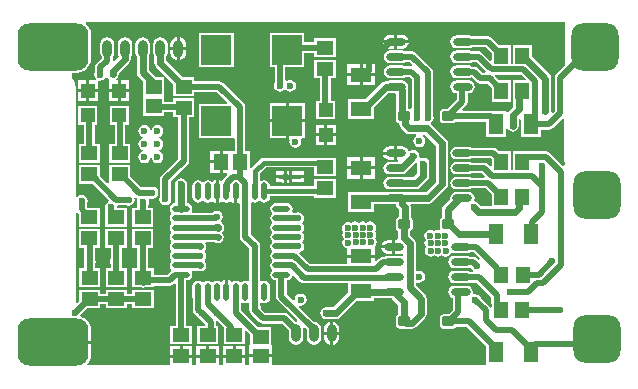
<source format=gbl>
G04*
G04 #@! TF.GenerationSoftware,Altium Limited,Altium Designer,20.0.13 (296)*
G04*
G04 Layer_Physical_Order=4*
G04 Layer_Color=16711680*
%FSLAX44Y44*%
%MOMM*%
G71*
G01*
G75*
%ADD20O,1.6500X0.6500*%
%ADD21R,1.2000X1.4000*%
%ADD24R,1.3000X1.8000*%
%ADD25R,1.4000X1.3000*%
G04:AMPARAMS|DCode=26|XSize=4mm|YSize=4mm|CornerRadius=1mm|HoleSize=0mm|Usage=FLASHONLY|Rotation=90.000|XOffset=0mm|YOffset=0mm|HoleType=Round|Shape=RoundedRectangle|*
%AMROUNDEDRECTD26*
21,1,4.0000,2.0000,0,0,90.0*
21,1,2.0000,4.0000,0,0,90.0*
1,1,2.0000,1.0000,1.0000*
1,1,2.0000,1.0000,-1.0000*
1,1,2.0000,-1.0000,-1.0000*
1,1,2.0000,-1.0000,1.0000*
%
%ADD26ROUNDEDRECTD26*%
G04:AMPARAMS|DCode=27|XSize=4mm|YSize=6mm|CornerRadius=1mm|HoleSize=0mm|Usage=FLASHONLY|Rotation=90.000|XOffset=0mm|YOffset=0mm|HoleType=Round|Shape=RoundedRectangle|*
%AMROUNDEDRECTD27*
21,1,4.0000,4.0000,0,0,90.0*
21,1,2.0000,6.0000,0,0,90.0*
1,1,2.0000,2.0000,1.0000*
1,1,2.0000,2.0000,-1.0000*
1,1,2.0000,-2.0000,-1.0000*
1,1,2.0000,-2.0000,1.0000*
%
%ADD27ROUNDEDRECTD27*%
%ADD28R,1.3000X1.4000*%
%ADD45C,0.5000*%
%ADD46C,0.6000*%
%ADD50C,0.6000*%
%ADD51R,1.9000X0.4000*%
%ADD52O,0.5500X1.5000*%
%ADD53O,1.5000X0.5500*%
%ADD54O,0.8000X1.5000*%
G04:AMPARAMS|DCode=55|XSize=0.8mm|YSize=1mm|CornerRadius=0.1mm|HoleSize=0mm|Usage=FLASHONLY|Rotation=270.000|XOffset=0mm|YOffset=0mm|HoleType=Round|Shape=RoundedRectangle|*
%AMROUNDEDRECTD55*
21,1,0.8000,0.8000,0,0,270.0*
21,1,0.6000,1.0000,0,0,270.0*
1,1,0.2000,-0.4000,-0.3000*
1,1,0.2000,-0.4000,0.3000*
1,1,0.2000,0.4000,0.3000*
1,1,0.2000,0.4000,-0.3000*
%
%ADD55ROUNDEDRECTD55*%
%ADD56R,2.5000X2.5000*%
%ADD57R,1.8000X1.3000*%
%ADD58R,1.2000X1.2000*%
%ADD59R,1.4000X1.2000*%
%ADD60C,0.4000*%
G36*
X1137250Y838939D02*
X1130256Y831945D01*
X1129261Y830457D01*
X1128912Y828701D01*
Y800650D01*
X1127263Y799002D01*
X1126964Y799038D01*
X1125948Y800439D01*
X1126066Y801032D01*
Y828032D01*
X1125678Y829983D01*
X1124573Y831637D01*
X1109500Y846710D01*
Y856500D01*
X1093500D01*
Y840588D01*
X1091500D01*
Y856500D01*
X1081989D01*
X1075944Y862544D01*
X1074456Y863539D01*
X1072700Y863888D01*
X1058583D01*
X1058048Y864245D01*
X1056000Y864653D01*
X1046000D01*
X1043952Y864245D01*
X1042215Y863085D01*
X1041055Y861348D01*
X1040647Y859300D01*
X1041055Y857252D01*
X1042215Y855515D01*
X1043952Y854355D01*
X1046000Y853947D01*
X1056000D01*
X1058048Y854355D01*
X1058583Y854712D01*
X1070799D01*
X1075500Y850011D01*
Y843648D01*
X1074327Y843162D01*
X1067644Y849844D01*
X1066156Y850839D01*
X1064400Y851188D01*
X1058583D01*
X1058048Y851545D01*
X1056000Y851953D01*
X1046000D01*
X1043952Y851545D01*
X1042215Y850385D01*
X1041055Y848648D01*
X1040647Y846600D01*
X1041055Y844552D01*
X1042215Y842815D01*
X1043952Y841655D01*
X1046000Y841247D01*
X1056000D01*
X1058048Y841655D01*
X1058583Y842012D01*
X1062499D01*
X1070403Y834108D01*
X1069877Y832838D01*
X1067651D01*
X1063631Y836857D01*
X1062143Y837852D01*
X1060387Y838201D01*
X1059013D01*
X1058048Y838845D01*
X1056000Y839253D01*
X1046000D01*
X1043952Y838845D01*
X1042215Y837685D01*
X1041055Y835948D01*
X1040647Y833900D01*
X1041055Y831852D01*
X1042215Y830115D01*
X1043952Y828955D01*
X1046000Y828547D01*
X1056000D01*
X1058048Y828955D01*
X1058154Y829025D01*
X1058486D01*
X1062506Y825006D01*
X1063994Y824011D01*
X1065750Y823662D01*
X1071850D01*
X1075500Y820011D01*
Y808500D01*
X1091500D01*
Y826500D01*
X1081989D01*
X1078250Y830238D01*
X1078736Y831412D01*
X1100493D01*
X1104231Y827673D01*
X1103745Y826500D01*
X1093500D01*
Y814993D01*
X1093402Y814500D01*
Y804183D01*
X1089895Y800676D01*
X1089270Y799740D01*
X1088000Y800125D01*
Y800500D01*
X1076950D01*
X1075250Y800838D01*
X1051236D01*
X1050750Y802011D01*
X1053994Y805256D01*
X1054989Y806744D01*
X1055338Y808500D01*
Y815847D01*
X1056000D01*
X1058048Y816255D01*
X1059785Y817415D01*
X1060945Y819152D01*
X1061353Y821200D01*
X1060945Y823248D01*
X1059785Y824985D01*
X1058048Y826145D01*
X1056000Y826553D01*
X1046000D01*
X1043952Y826145D01*
X1042215Y824985D01*
X1041055Y823248D01*
X1040647Y821200D01*
X1041055Y819152D01*
X1042215Y817415D01*
X1043952Y816255D01*
X1046000Y815847D01*
X1046162D01*
Y810400D01*
X1038070Y802309D01*
X1034500D01*
X1033329Y802076D01*
X1032337Y801413D01*
X1031674Y800421D01*
X1031441Y799250D01*
Y793250D01*
X1031674Y792079D01*
X1032337Y791087D01*
X1033329Y790424D01*
X1034500Y790191D01*
X1042500D01*
X1043671Y790424D01*
X1044663Y791087D01*
X1045047Y791662D01*
X1071000D01*
Y778500D01*
X1088000D01*
Y785196D01*
X1089270Y785581D01*
X1089895Y784645D01*
X1091549Y783540D01*
X1093500Y783152D01*
X1095451Y783540D01*
X1097105Y784645D01*
X1098210Y786299D01*
X1098598Y788250D01*
Y793908D01*
X1098730Y793997D01*
X1100000Y793318D01*
Y778500D01*
X1117000D01*
Y784912D01*
X1124250D01*
X1126006Y785261D01*
X1127494Y786256D01*
X1135493Y794254D01*
X1136666Y793768D01*
Y760000D01*
X1136659D01*
X1136943Y757841D01*
X1137250Y757100D01*
Y754719D01*
X1136077Y754233D01*
X1125065Y765244D01*
X1123577Y766239D01*
X1121821Y766588D01*
X1105000D01*
X1104557Y766500D01*
X1093500D01*
Y750588D01*
X1091500D01*
Y766500D01*
X1081989D01*
X1080194Y768294D01*
X1078706Y769289D01*
X1076950Y769638D01*
X1058333D01*
X1057798Y769995D01*
X1055750Y770403D01*
X1045750D01*
X1043702Y769995D01*
X1041965Y768835D01*
X1040805Y767098D01*
X1040397Y765050D01*
X1040805Y763002D01*
X1041965Y761265D01*
X1043702Y760105D01*
X1045750Y759697D01*
X1055750D01*
X1057798Y760105D01*
X1058333Y760462D01*
X1075050D01*
X1075500Y760011D01*
Y754284D01*
X1074327Y753798D01*
X1072530Y755594D01*
X1071042Y756589D01*
X1069286Y756938D01*
X1058333D01*
X1057798Y757295D01*
X1055750Y757703D01*
X1045750D01*
X1043702Y757295D01*
X1041965Y756135D01*
X1040805Y754398D01*
X1040397Y752350D01*
X1040805Y750302D01*
X1041965Y748565D01*
X1043702Y747405D01*
X1045750Y746997D01*
X1055750D01*
X1057798Y747405D01*
X1058333Y747762D01*
X1067385D01*
X1069736Y745412D01*
X1069250Y744238D01*
X1058333D01*
X1057798Y744595D01*
X1055750Y745003D01*
X1045750D01*
X1043702Y744595D01*
X1041965Y743435D01*
X1040805Y741698D01*
X1040397Y739650D01*
X1040805Y737602D01*
X1041965Y735865D01*
X1043702Y734705D01*
X1045750Y734297D01*
X1055750D01*
X1057798Y734705D01*
X1058333Y735062D01*
X1070450D01*
X1075500Y730011D01*
Y720098D01*
X1066362D01*
X1063855Y722605D01*
X1062201Y723710D01*
X1061517Y723846D01*
X1061295Y724131D01*
X1060772Y725289D01*
X1061103Y726950D01*
X1060695Y728998D01*
X1059535Y730735D01*
X1057798Y731895D01*
X1055750Y732303D01*
X1045750D01*
X1043702Y731895D01*
X1041965Y730735D01*
X1040805Y728998D01*
X1040397Y726950D01*
X1040496Y726455D01*
X1034895Y720855D01*
X1033790Y719201D01*
X1033402Y717250D01*
Y710590D01*
X1033329Y710576D01*
X1032337Y709913D01*
X1031674Y708921D01*
X1031441Y707750D01*
Y701750D01*
X1031585Y701028D01*
X1030839Y700069D01*
X1030608Y699927D01*
X1029750Y700098D01*
X1027799Y699710D01*
X1026625Y698925D01*
X1025451Y699710D01*
X1023500Y700098D01*
X1021549Y699710D01*
X1019895Y698605D01*
X1018790Y696951D01*
X1018402Y695000D01*
X1018790Y693049D01*
X1019700Y691688D01*
X1019040Y690701D01*
X1018652Y688750D01*
X1019040Y686799D01*
X1019950Y685438D01*
X1019290Y684451D01*
X1018902Y682500D01*
X1019290Y680549D01*
X1020395Y678895D01*
X1022049Y677790D01*
X1024000Y677402D01*
X1025951Y677790D01*
X1027125Y678575D01*
X1028299Y677790D01*
X1030250Y677402D01*
X1032201Y677790D01*
X1033375Y678575D01*
X1034549Y677790D01*
X1036500Y677402D01*
X1038451Y677790D01*
X1040105Y678895D01*
X1041210Y680549D01*
X1042504Y680545D01*
X1044250Y680197D01*
X1054250D01*
X1056298Y680605D01*
X1056833Y680962D01*
X1060300D01*
X1065358Y675903D01*
X1064819Y674646D01*
X1064309Y674659D01*
X1063161Y675807D01*
X1061672Y676802D01*
X1059916Y677151D01*
X1057263D01*
X1056298Y677795D01*
X1054250Y678203D01*
X1044250D01*
X1042202Y677795D01*
X1040465Y676635D01*
X1039305Y674898D01*
X1038897Y672850D01*
X1039305Y670802D01*
X1040465Y669065D01*
X1042202Y667905D01*
X1044250Y667497D01*
X1054250D01*
X1056298Y667905D01*
X1056404Y667975D01*
X1058016D01*
X1058738Y667252D01*
X1059645Y665895D01*
X1059906Y665721D01*
X1059520Y664451D01*
X1057263D01*
X1056298Y665095D01*
X1054250Y665503D01*
X1044250D01*
X1042202Y665095D01*
X1040465Y663935D01*
X1039305Y662198D01*
X1038897Y660150D01*
X1039305Y658102D01*
X1040465Y656365D01*
X1042202Y655205D01*
X1044250Y654797D01*
X1054250D01*
X1056298Y655205D01*
X1056404Y655275D01*
X1062987D01*
X1075162Y643100D01*
Y637750D01*
X1075500Y636050D01*
Y634638D01*
X1074230Y634253D01*
X1073715Y635024D01*
X1066503Y642236D01*
X1066460Y642451D01*
X1065355Y644105D01*
X1063701Y645210D01*
X1061750Y645598D01*
X1060479Y645345D01*
X1059383Y646343D01*
X1059603Y647450D01*
X1059195Y649498D01*
X1058035Y651235D01*
X1056298Y652395D01*
X1054250Y652803D01*
X1044250D01*
X1042202Y652395D01*
X1040465Y651235D01*
X1039305Y649498D01*
X1038897Y647450D01*
X1039305Y645402D01*
X1040465Y643665D01*
X1042202Y642505D01*
X1042662Y642413D01*
Y632150D01*
X1039070Y628559D01*
X1034500D01*
X1033329Y628326D01*
X1032337Y627663D01*
X1031674Y626670D01*
X1031441Y625500D01*
Y619500D01*
X1031674Y618330D01*
X1032337Y617337D01*
X1033329Y616674D01*
X1034500Y616441D01*
X1042500D01*
X1043671Y616674D01*
X1044663Y617337D01*
X1045047Y617912D01*
X1054600D01*
X1071000Y601511D01*
Y586000D01*
X1070041Y585250D01*
X889540Y585250D01*
Y592230D01*
X880000D01*
X870460D01*
Y585250D01*
X867040D01*
Y591730D01*
X847960D01*
Y585250D01*
X844540D01*
Y591730D01*
X825460D01*
Y585250D01*
X822040Y585250D01*
Y591730D01*
X802960D01*
Y585250D01*
X733867D01*
X733241Y586520D01*
X734704Y588426D01*
X735967Y591476D01*
X736398Y594750D01*
Y603480D01*
X703750D01*
Y606020D01*
X736398D01*
Y614750D01*
X735967Y618024D01*
X734704Y621074D01*
X732694Y623694D01*
X730074Y625704D01*
X728036Y626548D01*
X727345Y627799D01*
X727421Y628183D01*
X732739Y633500D01*
X744250D01*
Y636912D01*
X748750D01*
Y633500D01*
X766750D01*
Y636912D01*
X771250D01*
Y633500D01*
X789250D01*
Y649500D01*
X771250D01*
Y646088D01*
X766750D01*
Y649500D01*
X748750D01*
Y646088D01*
X744250D01*
Y649500D01*
X726250D01*
Y639989D01*
X724345Y638084D01*
X723206Y638646D01*
X723384Y640000D01*
X723334D01*
Y714566D01*
X724604Y714952D01*
X725197Y714064D01*
X726000Y713261D01*
Y702750D01*
X744000D01*
Y718750D01*
X733489D01*
X733029Y719209D01*
Y722899D01*
X733348Y724500D01*
X732960Y726451D01*
X731855Y728105D01*
X730201Y729210D01*
X728250Y729598D01*
X726299Y729210D01*
X724645Y728105D01*
X724604Y728043D01*
X723334Y728428D01*
Y820000D01*
X723384D01*
X722928Y823464D01*
X721591Y826692D01*
X720000Y828766D01*
Y833147D01*
X724250D01*
X727383Y833559D01*
X730302Y834768D01*
X732809Y836692D01*
X734732Y839198D01*
X735941Y842117D01*
X736354Y845250D01*
Y865250D01*
X735941Y868383D01*
X734732Y871302D01*
X732809Y873809D01*
X731933Y874480D01*
X732365Y875750D01*
X1137250Y875750D01*
Y838939D01*
D02*
G37*
%LPC*%
G36*
X999500Y865203D02*
X995770D01*
Y860570D01*
X1005151D01*
X1004954Y861559D01*
X1003674Y863474D01*
X1001759Y864754D01*
X999500Y865203D01*
D02*
G37*
G36*
X993230D02*
X989500D01*
X987241Y864754D01*
X985326Y863474D01*
X984046Y861559D01*
X983849Y860570D01*
X993230D01*
Y865203D01*
D02*
G37*
G36*
X811270Y863429D02*
Y854770D01*
X816596D01*
Y857000D01*
X816372Y858707D01*
X815713Y860298D01*
X814664Y861664D01*
X813298Y862713D01*
X811707Y863372D01*
X811270Y863429D01*
D02*
G37*
G36*
X808730Y863429D02*
X808293Y863372D01*
X806702Y862713D01*
X805336Y861664D01*
X804287Y860298D01*
X803628Y858707D01*
X803403Y857000D01*
Y854770D01*
X808730D01*
Y863429D01*
D02*
G37*
G36*
X1005151Y858030D02*
X995770D01*
Y853397D01*
X999500D01*
X1001759Y853846D01*
X1003674Y855126D01*
X1004954Y857041D01*
X1005151Y858030D01*
D02*
G37*
G36*
X993230D02*
X983849D01*
X984046Y857041D01*
X985326Y855126D01*
X987241Y853846D01*
X989500Y853397D01*
X993230D01*
Y858030D01*
D02*
G37*
G36*
X917000Y867000D02*
X888000D01*
Y838000D01*
X891662D01*
Y824133D01*
X891540Y823951D01*
X891152Y822000D01*
X891540Y820049D01*
X892645Y818395D01*
X894299Y817290D01*
X896250Y816902D01*
X898201Y817290D01*
X899855Y818395D01*
X899865Y818410D01*
X901135D01*
X901145Y818395D01*
X902799Y817290D01*
X904750Y816902D01*
X906701Y817290D01*
X908355Y818395D01*
X909460Y820049D01*
X909848Y822000D01*
X909460Y823951D01*
X908355Y825605D01*
X906701Y826710D01*
X904750Y827098D01*
X902799Y826710D01*
X902108Y826248D01*
X900838Y826927D01*
Y838000D01*
X917000D01*
Y849662D01*
X925500D01*
Y846250D01*
X943500D01*
Y862250D01*
X925500D01*
Y858838D01*
X917000D01*
Y867000D01*
D02*
G37*
G36*
X816596Y852230D02*
X811270D01*
Y843571D01*
X811707Y843628D01*
X813298Y844287D01*
X814664Y845336D01*
X815713Y846702D01*
X816372Y848293D01*
X816596Y850000D01*
Y852230D01*
D02*
G37*
G36*
X808730D02*
X803403D01*
Y850000D01*
X803628Y848293D01*
X804287Y846702D01*
X805336Y845336D01*
X806702Y844287D01*
X808293Y843628D01*
X808730Y843571D01*
Y852230D01*
D02*
G37*
G36*
X765000Y863118D02*
X762659Y862652D01*
X760674Y861326D01*
X759348Y859341D01*
X758883Y857000D01*
Y850000D01*
X759348Y847659D01*
X759889Y846849D01*
X755782Y842741D01*
X754803Y843158D01*
X754588Y843344D01*
Y846067D01*
X755652Y847659D01*
X756117Y850000D01*
Y857000D01*
X755652Y859341D01*
X754326Y861326D01*
X752341Y862652D01*
X750000Y863118D01*
X747659Y862652D01*
X745674Y861326D01*
X744348Y859341D01*
X743883Y857000D01*
Y850000D01*
X744348Y847659D01*
X745412Y846067D01*
Y845151D01*
X741006Y840744D01*
X740011Y839256D01*
X739662Y837500D01*
Y833619D01*
X739576Y833492D01*
X739188Y831541D01*
X739576Y829590D01*
X740682Y827936D01*
X740870Y827810D01*
X740484Y826540D01*
X734750D01*
Y819270D01*
X742020D01*
Y825630D01*
X742034Y825674D01*
X743263Y826604D01*
X744250Y826408D01*
X746006Y826757D01*
X746064Y826796D01*
X746237Y826831D01*
X747891Y827936D01*
X748855Y829378D01*
X748986Y829422D01*
X749729Y829477D01*
X750253Y829397D01*
X751110Y828114D01*
X751620Y827773D01*
X751710Y826540D01*
X751710Y826186D01*
Y819270D01*
X758980D01*
Y826540D01*
X758250D01*
X757865Y827810D01*
X758320Y828114D01*
X759425Y829768D01*
X759813Y831719D01*
Y832353D01*
X768605Y841145D01*
X769710Y842799D01*
X770098Y844750D01*
Y846830D01*
X770652Y847659D01*
X771117Y850000D01*
Y857000D01*
X770652Y859341D01*
X769326Y861326D01*
X767341Y862652D01*
X765000Y863118D01*
D02*
G37*
G36*
X857000Y867000D02*
X828000D01*
Y838000D01*
X857000D01*
Y867000D01*
D02*
G37*
G36*
X976540Y840540D02*
X966270D01*
Y832770D01*
X976540D01*
Y840540D01*
D02*
G37*
G36*
X963730D02*
X953460D01*
Y832770D01*
X963730D01*
Y840540D01*
D02*
G37*
G36*
X795000Y863118D02*
X792659Y862652D01*
X790674Y861326D01*
X789348Y859341D01*
X788882Y857000D01*
Y850000D01*
X789348Y847659D01*
X789902Y846830D01*
Y841500D01*
X790290Y839549D01*
X791395Y837895D01*
X799019Y830272D01*
X798174Y829320D01*
X797011Y829320D01*
X791140D01*
X785098Y835362D01*
Y846830D01*
X785652Y847659D01*
X786117Y850000D01*
Y857000D01*
X785652Y859341D01*
X784326Y861326D01*
X782341Y862652D01*
X780000Y863118D01*
X777659Y862652D01*
X775674Y861326D01*
X774348Y859341D01*
X773883Y857000D01*
Y850000D01*
X774348Y847659D01*
X774902Y846830D01*
Y833250D01*
X775290Y831299D01*
X776395Y829645D01*
X780250Y825790D01*
Y812320D01*
Y796320D01*
X798250D01*
Y799472D01*
X805750D01*
Y795300D01*
X810162D01*
Y760151D01*
X796006Y745994D01*
X795011Y744506D01*
X794662Y742750D01*
Y727883D01*
X794540Y727701D01*
X794152Y725750D01*
X794540Y723799D01*
X795645Y722145D01*
X797299Y721040D01*
X799250Y720652D01*
X801201Y721040D01*
X802855Y722145D01*
X803960Y723799D01*
X804348Y725750D01*
X803960Y727701D01*
X803838Y727883D01*
Y740850D01*
X817994Y755006D01*
X818989Y756494D01*
X819338Y758250D01*
Y795300D01*
X823750D01*
Y811300D01*
X805750D01*
Y808648D01*
X798250D01*
Y812320D01*
Y828052D01*
X798250Y829244D01*
X799202Y830089D01*
X805750Y823540D01*
Y813300D01*
X823750D01*
Y816712D01*
X843164D01*
X851702Y808173D01*
X851216Y807000D01*
X828000D01*
Y778000D01*
X857000D01*
X857912Y777135D01*
Y766500D01*
X855540D01*
Y767040D01*
X847770D01*
Y757500D01*
Y747960D01*
X851309D01*
X851795Y746787D01*
X847851Y742843D01*
X846857Y741355D01*
X846562Y741232D01*
X845064Y742233D01*
X844270Y742391D01*
Y732500D01*
Y722609D01*
X845064Y722767D01*
X846464Y723702D01*
X847576Y724325D01*
X849147Y723276D01*
X851000Y722907D01*
X852853Y723276D01*
X854425Y724325D01*
X855536Y723702D01*
X856936Y722767D01*
X857730Y722609D01*
Y732500D01*
X860270D01*
Y722609D01*
X860892Y722733D01*
X861628Y722465D01*
X862162Y722180D01*
Y694365D01*
X862511Y692610D01*
X863506Y691121D01*
X870412Y684215D01*
Y657030D01*
X869292Y656431D01*
X868853Y656724D01*
X867000Y657093D01*
X865147Y656724D01*
X863836Y655848D01*
X863000Y655745D01*
X862164Y655848D01*
X860853Y656724D01*
X859000Y657093D01*
X857147Y656724D01*
X855575Y655675D01*
X854464Y656297D01*
X853064Y657233D01*
X852270Y657391D01*
Y647500D01*
X849730D01*
Y657391D01*
X848936Y657233D01*
X847536Y656297D01*
X846424Y655675D01*
X844853Y656724D01*
X843000Y657093D01*
X841147Y656724D01*
X839836Y655848D01*
X839000Y655745D01*
X838164Y655848D01*
X836853Y656724D01*
X835000Y657093D01*
X833147Y656724D01*
X831836Y655848D01*
X831000Y655745D01*
X830164Y655848D01*
X828853Y656724D01*
X827000Y657093D01*
X825147Y656724D01*
X823575Y655675D01*
X822526Y654103D01*
X822157Y652250D01*
Y642750D01*
X822412Y641469D01*
Y632500D01*
X822761Y630744D01*
X823756Y629256D01*
X825697Y627314D01*
X826645Y625895D01*
X828064Y624947D01*
X832741Y620270D01*
X832500Y619000D01*
X826000D01*
Y603000D01*
X844000D01*
Y619000D01*
X842088D01*
Y622000D01*
X841994Y622471D01*
X843165Y623096D01*
X848500Y617761D01*
Y603000D01*
X866500D01*
Y614352D01*
X867673Y614838D01*
X871000Y611511D01*
Y602540D01*
X870460D01*
Y594770D01*
X880000D01*
X889540D01*
Y602540D01*
X889000D01*
Y618000D01*
X877489D01*
X863588Y631900D01*
Y637970D01*
X864708Y638568D01*
X865147Y638276D01*
X867000Y637907D01*
X868853Y638276D01*
X869292Y638568D01*
X870412Y637970D01*
Y633299D01*
X870402Y633250D01*
X870412Y633201D01*
Y632250D01*
X870761Y630494D01*
X871756Y629006D01*
X878756Y622006D01*
X880244Y621011D01*
X882000Y620662D01*
X898100D01*
X903883Y614879D01*
Y609000D01*
X904348Y606659D01*
X905674Y604674D01*
X907659Y603348D01*
X910000Y602882D01*
X912341Y603348D01*
X914326Y604674D01*
X915652Y606659D01*
X916117Y609000D01*
Y616000D01*
X915969Y616746D01*
X917140Y617372D01*
X918883Y615629D01*
Y609000D01*
X919348Y606659D01*
X920674Y604674D01*
X922659Y603348D01*
X925000Y602882D01*
X927341Y603348D01*
X929326Y604674D01*
X930652Y606659D01*
X931117Y609000D01*
Y616000D01*
X930652Y618341D01*
X929326Y620326D01*
X927341Y621652D01*
X925463Y622025D01*
X912666Y634823D01*
X913291Y635993D01*
X913750Y635902D01*
X915701Y636290D01*
X917355Y637395D01*
X918460Y639049D01*
X918848Y641000D01*
X918460Y642951D01*
X917355Y644605D01*
X915701Y645710D01*
X913750Y646098D01*
X911799Y645710D01*
X910145Y644605D01*
X909040Y642951D01*
X908652Y641000D01*
X908743Y640541D01*
X907573Y639916D01*
X902088Y645400D01*
Y657157D01*
X902250D01*
X904103Y657526D01*
X905675Y658575D01*
X906724Y660147D01*
X906864Y660851D01*
X908242Y661269D01*
X913256Y656256D01*
X914744Y655261D01*
X916500Y654912D01*
X954000D01*
Y647210D01*
X941388Y634598D01*
X935500D01*
X933549Y634210D01*
X931895Y633105D01*
X930790Y631451D01*
X930402Y629500D01*
X930790Y627549D01*
X931895Y625895D01*
X933549Y624790D01*
X935500Y624402D01*
X943500D01*
X945451Y624790D01*
X947105Y625895D01*
X961210Y640000D01*
X976000D01*
Y642352D01*
X986469D01*
X987750Y642097D01*
X991093D01*
X991395Y641645D01*
X996402Y636638D01*
Y628340D01*
X996330Y628326D01*
X995337Y627663D01*
X994674Y626670D01*
X994441Y625500D01*
Y619500D01*
X994674Y618330D01*
X995337Y617337D01*
X996330Y616674D01*
X997500Y616441D01*
X1001546D01*
X1003000Y616152D01*
X1008000D01*
X1009951Y616540D01*
X1011605Y617645D01*
X1019105Y625145D01*
X1020210Y626799D01*
X1020598Y628750D01*
Y641750D01*
X1020210Y643701D01*
X1019105Y645355D01*
X1011098Y653362D01*
Y655014D01*
X1012368Y655727D01*
X1014000Y655402D01*
X1015951Y655790D01*
X1017605Y656895D01*
X1018710Y658549D01*
X1019098Y660500D01*
X1018710Y662451D01*
X1017605Y664105D01*
X1015951Y665210D01*
X1014000Y665598D01*
X1012368Y665273D01*
X1011098Y665985D01*
Y688967D01*
X1010710Y690918D01*
X1009605Y692572D01*
X1006598Y695579D01*
Y698910D01*
X1006671Y698924D01*
X1007663Y699587D01*
X1008326Y700580D01*
X1008559Y701750D01*
Y707750D01*
X1008326Y708921D01*
X1007663Y709913D01*
X1006848Y710458D01*
Y719450D01*
X1006563Y720882D01*
X1007369Y722152D01*
X1022000D01*
X1023951Y722540D01*
X1025605Y723645D01*
X1037105Y735145D01*
X1038210Y736799D01*
X1038598Y738750D01*
Y773250D01*
X1038210Y775201D01*
X1037105Y776855D01*
X1024379Y789581D01*
X1024289Y791048D01*
X1024850Y791423D01*
X1025955Y793077D01*
X1026343Y795028D01*
X1025955Y796979D01*
X1025833Y797161D01*
Y833255D01*
X1025484Y835011D01*
X1024489Y836499D01*
X1011144Y849844D01*
X1009656Y850839D01*
X1007900Y851188D01*
X1002083D01*
X1001548Y851545D01*
X999500Y851953D01*
X989500D01*
X987452Y851545D01*
X985715Y850385D01*
X984555Y848648D01*
X984147Y846600D01*
X984555Y844552D01*
X985715Y842815D01*
X987452Y841655D01*
X989500Y841247D01*
X999500D01*
X1001548Y841655D01*
X1002083Y842012D01*
X1006000D01*
X1008376Y839635D01*
X1007751Y838465D01*
X1007632Y838488D01*
X1002083D01*
X1001548Y838845D01*
X999500Y839253D01*
X989500D01*
X987452Y838845D01*
X985715Y837685D01*
X984555Y835948D01*
X984147Y833900D01*
X984555Y831852D01*
X985715Y830115D01*
X987452Y828955D01*
X989500Y828547D01*
X999500D01*
X1001548Y828955D01*
X1002083Y829312D01*
X1005731D01*
X1007662Y827381D01*
Y802825D01*
X1006392Y802131D01*
X1005500Y802309D01*
X1004348D01*
Y818750D01*
X1004309Y818947D01*
X1004445Y819152D01*
X1004853Y821200D01*
X1004445Y823248D01*
X1003285Y824985D01*
X1001548Y826145D01*
X999500Y826553D01*
X989500D01*
X987452Y826145D01*
X987006Y825848D01*
X985750D01*
X983799Y825460D01*
X982145Y824355D01*
X968790Y811000D01*
X954000D01*
Y794000D01*
X976000D01*
Y803790D01*
X987862Y815652D01*
X993750D01*
X994152Y815322D01*
Y798500D01*
X994441Y797046D01*
Y793250D01*
X994674Y792079D01*
X995337Y791087D01*
X996330Y790424D01*
X997152Y790260D01*
Y789765D01*
X997540Y787814D01*
X998645Y786160D01*
X1002160Y782645D01*
X1003814Y781540D01*
X1005765Y781152D01*
X1011340D01*
X1011492Y780941D01*
X1011184Y779215D01*
X1010645Y778855D01*
X1009540Y777201D01*
X1009152Y775250D01*
X1009540Y773299D01*
X1010645Y771645D01*
X1012299Y770540D01*
X1014250Y770152D01*
X1016201Y770540D01*
X1017855Y771645D01*
X1018960Y773299D01*
X1019348Y775250D01*
X1018960Y777201D01*
X1017855Y778855D01*
X1017316Y779215D01*
X1017008Y780941D01*
X1017160Y781152D01*
X1018388D01*
X1028402Y771138D01*
Y740862D01*
X1019888Y732348D01*
X999115D01*
X998888Y732303D01*
X989250D01*
X987488Y731952D01*
X976000D01*
Y732000D01*
X954000D01*
Y715000D01*
X976000D01*
Y721756D01*
X988449D01*
X989250Y721597D01*
X994299D01*
X994636Y719903D01*
X995741Y718250D01*
X996652Y717338D01*
Y710640D01*
X996330Y710576D01*
X995337Y709913D01*
X994674Y708921D01*
X994441Y707750D01*
Y701750D01*
X994674Y700580D01*
X995337Y699587D01*
X996330Y698924D01*
X996402Y698910D01*
Y693467D01*
X996550Y692723D01*
X995508Y691453D01*
X994020D01*
Y685550D01*
Y679647D01*
X997750D01*
X999404Y679976D01*
X1000483Y679178D01*
X1000478Y678675D01*
X999314Y677892D01*
X997750Y678203D01*
X987750D01*
X985702Y677795D01*
X984643Y677088D01*
X983250D01*
X981494Y676739D01*
X980006Y675744D01*
X977713Y673452D01*
X976540Y673938D01*
Y676230D01*
X965000D01*
X953460D01*
Y671088D01*
X921650D01*
X912733Y680005D01*
X913102Y681221D01*
X913451Y681290D01*
X915105Y682395D01*
X916210Y684049D01*
X916598Y686000D01*
X916210Y687951D01*
X915445Y689095D01*
X915208Y690000D01*
X915445Y690905D01*
X916210Y692049D01*
X916598Y694000D01*
X916210Y695951D01*
X915445Y697095D01*
X915208Y698000D01*
X915445Y698905D01*
X916210Y700049D01*
X916598Y702000D01*
X916210Y703951D01*
X915445Y705095D01*
X915208Y706000D01*
X915445Y706905D01*
X916210Y708049D01*
X916598Y710000D01*
X916210Y711951D01*
X915105Y713605D01*
X913451Y714710D01*
X911500Y715098D01*
X909549Y714710D01*
X909367Y714588D01*
X907030D01*
X906432Y715708D01*
X906724Y716147D01*
X907093Y718000D01*
X906724Y719853D01*
X905675Y721424D01*
X904103Y722474D01*
X902250Y722843D01*
X892750D01*
X890897Y722474D01*
X889325Y721424D01*
X888276Y719853D01*
X887907Y718000D01*
X888276Y716147D01*
X889152Y714836D01*
X889255Y714000D01*
X889152Y713164D01*
X888276Y711853D01*
X887907Y710000D01*
X888276Y708147D01*
X889325Y706575D01*
Y705424D01*
X888276Y703853D01*
X887907Y702000D01*
X888276Y700147D01*
X889152Y698836D01*
X889255Y698000D01*
X889152Y697164D01*
X888276Y695853D01*
X887907Y694000D01*
X888276Y692147D01*
X889152Y690836D01*
X889255Y690000D01*
X889152Y689164D01*
X888276Y687853D01*
X887907Y686000D01*
X888276Y684147D01*
X889325Y682575D01*
Y681424D01*
X888276Y679853D01*
X887907Y678000D01*
X888276Y676147D01*
X889152Y674836D01*
X889255Y674000D01*
X889152Y673164D01*
X888276Y671853D01*
X887907Y670000D01*
X888276Y668147D01*
X889152Y666836D01*
X889255Y666000D01*
X889152Y665164D01*
X888276Y663853D01*
X887907Y662000D01*
X888276Y660147D01*
X889325Y658575D01*
X890897Y657526D01*
X892750Y657157D01*
X892912D01*
Y643500D01*
X893261Y641744D01*
X894256Y640256D01*
X911129Y623383D01*
X910556Y622207D01*
X909585Y622153D01*
X903244Y628494D01*
X901756Y629489D01*
X900000Y629838D01*
X883901D01*
X880580Y633159D01*
X880598Y633250D01*
X880210Y635201D01*
X879588Y636131D01*
Y637970D01*
X880708Y638568D01*
X881147Y638276D01*
X883000Y637907D01*
X884853Y638276D01*
X886425Y639325D01*
X887474Y640897D01*
X887843Y642750D01*
Y652250D01*
X887474Y654103D01*
X886425Y655675D01*
X884853Y656724D01*
X883000Y657093D01*
X881147Y656724D01*
X880708Y656431D01*
X879588Y657030D01*
Y686115D01*
X879239Y687871D01*
X878244Y689360D01*
X871338Y696266D01*
Y722956D01*
X872608Y723635D01*
X873147Y723276D01*
X875000Y722907D01*
X876853Y723276D01*
X878164Y724152D01*
X879000Y724255D01*
X879836Y724152D01*
X881147Y723276D01*
X883000Y722907D01*
X884853Y723276D01*
X886425Y724325D01*
X887474Y725897D01*
X887843Y727750D01*
Y728922D01*
X925500D01*
Y727250D01*
X943500D01*
Y743250D01*
X925500D01*
Y737078D01*
X887843D01*
Y737250D01*
X887474Y739103D01*
X886425Y740675D01*
X884853Y741724D01*
X883000Y742093D01*
X881147Y741724D01*
X880348Y741191D01*
X879078Y741870D01*
Y747811D01*
X884189Y752922D01*
X925500D01*
Y745250D01*
X943500D01*
Y761250D01*
X925500D01*
Y761078D01*
X882500D01*
X880939Y760768D01*
X879616Y759884D01*
X879616Y759884D01*
X872270Y752538D01*
X871642Y752645D01*
X871000Y752999D01*
Y766500D01*
X867088D01*
Y803864D01*
X866739Y805620D01*
X865744Y807108D01*
X848308Y824544D01*
X846820Y825539D01*
X845064Y825888D01*
X823750D01*
Y829300D01*
X813977D01*
X813105Y830605D01*
X800098Y843612D01*
Y846830D01*
X800652Y847659D01*
X801117Y850000D01*
Y857000D01*
X800652Y859341D01*
X799326Y861326D01*
X797341Y862652D01*
X795000Y863118D01*
D02*
G37*
G36*
X976540Y830230D02*
X966270D01*
Y822460D01*
X976540D01*
Y830230D01*
D02*
G37*
G36*
X963730D02*
X953460D01*
Y822460D01*
X963730D01*
Y830230D01*
D02*
G37*
G36*
X768790Y826540D02*
X761520D01*
Y819270D01*
X768790D01*
Y826540D01*
D02*
G37*
G36*
X732210D02*
X724940D01*
Y819270D01*
X732210D01*
Y826540D01*
D02*
G37*
G36*
X768790Y816730D02*
X761520D01*
Y809460D01*
X768790D01*
Y816730D01*
D02*
G37*
G36*
X758980D02*
X751710D01*
Y809460D01*
X758980D01*
Y816730D01*
D02*
G37*
G36*
X742020D02*
X734750D01*
Y809460D01*
X742020D01*
Y816730D01*
D02*
G37*
G36*
X732210D02*
X724940D01*
Y809460D01*
X732210D01*
Y816730D01*
D02*
G37*
G36*
X917540Y807540D02*
X903770D01*
Y793770D01*
X917540D01*
Y807540D01*
D02*
G37*
G36*
X901230D02*
X887460D01*
Y793770D01*
X901230D01*
Y807540D01*
D02*
G37*
G36*
X943500Y844250D02*
X925500D01*
Y828250D01*
X930172D01*
Y809500D01*
X927020D01*
Y793500D01*
X943020D01*
Y809500D01*
X939348D01*
Y828250D01*
X943500D01*
Y844250D01*
D02*
G37*
G36*
X792500Y788848D02*
X790549Y788460D01*
X788895Y787355D01*
X787790Y785701D01*
X787647Y784984D01*
X786352D01*
X786210Y785701D01*
X785105Y787355D01*
X783451Y788460D01*
X781500Y788848D01*
X779549Y788460D01*
X777895Y787355D01*
X776790Y785701D01*
X776402Y783750D01*
X776790Y781799D01*
X777895Y780145D01*
X779549Y779040D01*
X780266Y778897D01*
Y777602D01*
X779549Y777460D01*
X777895Y776355D01*
X776790Y774701D01*
X776402Y772750D01*
X776790Y770799D01*
X777895Y769145D01*
X779549Y768040D01*
X780266Y767897D01*
Y766603D01*
X779549Y766460D01*
X777895Y765355D01*
X776790Y763701D01*
X776402Y761750D01*
X776790Y759799D01*
X777895Y758145D01*
X779549Y757040D01*
X781500Y756652D01*
X783451Y757040D01*
X785105Y758145D01*
X786210Y759799D01*
X786353Y760516D01*
X787647D01*
X787790Y759799D01*
X788895Y758145D01*
X790549Y757040D01*
X792500Y756652D01*
X794451Y757040D01*
X796105Y758145D01*
X797210Y759799D01*
X797598Y761750D01*
X797210Y763701D01*
X796105Y765355D01*
X794451Y766460D01*
X793734Y766603D01*
Y767897D01*
X794451Y768040D01*
X796105Y769145D01*
X797210Y770799D01*
X797598Y772750D01*
X797210Y774701D01*
X796105Y776355D01*
X794451Y777460D01*
X793734Y777603D01*
Y778897D01*
X794451Y779040D01*
X796105Y780145D01*
X797210Y781799D01*
X797598Y783750D01*
X797210Y785701D01*
X796105Y787355D01*
X794451Y788460D01*
X792500Y788848D01*
D02*
G37*
G36*
X943560Y789040D02*
X936290D01*
Y781770D01*
X943560D01*
Y789040D01*
D02*
G37*
G36*
X933750D02*
X926480D01*
Y781770D01*
X933750D01*
Y789040D01*
D02*
G37*
G36*
X901230Y791230D02*
X887460D01*
Y777460D01*
X901230D01*
Y791230D01*
D02*
G37*
G36*
X943560Y779230D02*
X936290D01*
Y771960D01*
X943560D01*
Y779230D01*
D02*
G37*
G36*
X933750D02*
X926480D01*
Y771960D01*
X933750D01*
Y779230D01*
D02*
G37*
G36*
X917540Y791230D02*
X903770D01*
Y777282D01*
X904475Y776190D01*
X904196Y774788D01*
X904585Y772837D01*
X905690Y771183D01*
X907344Y770078D01*
X909294Y769690D01*
X911245Y770078D01*
X912899Y771183D01*
X914004Y772837D01*
X914392Y774788D01*
X914113Y776190D01*
X914933Y777460D01*
X917540D01*
Y791230D01*
D02*
G37*
G36*
X992980Y770953D02*
X989250D01*
X986991Y770504D01*
X985076Y769224D01*
X983796Y767309D01*
X983599Y766320D01*
X992980D01*
Y770953D01*
D02*
G37*
G36*
Y763780D02*
X983599D01*
X983796Y762791D01*
X985076Y760876D01*
X986991Y759596D01*
X989250Y759147D01*
X992980D01*
Y763780D01*
D02*
G37*
G36*
X845230Y767040D02*
X837460D01*
Y758770D01*
X845230D01*
Y767040D01*
D02*
G37*
G36*
X768250Y805000D02*
X752250D01*
Y789000D01*
X756287D01*
Y773000D01*
X751500D01*
Y757000D01*
X769500D01*
Y773000D01*
X765463D01*
Y789000D01*
X768250D01*
Y805000D01*
D02*
G37*
G36*
X741480D02*
X725480D01*
Y789000D01*
X730152D01*
Y773000D01*
X726000D01*
Y757000D01*
X744000D01*
Y773000D01*
X739328D01*
Y789000D01*
X741480D01*
Y805000D01*
D02*
G37*
G36*
X976540Y761540D02*
X966270D01*
Y753770D01*
X976540D01*
Y761540D01*
D02*
G37*
G36*
X963730D02*
X953460D01*
Y753770D01*
X963730D01*
Y761540D01*
D02*
G37*
G36*
X845230Y756230D02*
X837460D01*
Y747960D01*
X845230D01*
Y756230D01*
D02*
G37*
G36*
X917040Y749540D02*
X906270D01*
Y746270D01*
X917040D01*
Y749540D01*
D02*
G37*
G36*
X902270Y750396D02*
Y746270D01*
X903730D01*
Y749839D01*
X903162Y750219D01*
X902270Y750396D01*
D02*
G37*
G36*
X899730D02*
X898838Y750219D01*
X897823Y749540D01*
X892960D01*
Y746270D01*
X899730D01*
Y750396D01*
D02*
G37*
G36*
X999250Y770953D02*
X995520D01*
Y765050D01*
Y759147D01*
X995838D01*
X996517Y757877D01*
X996401Y757703D01*
X989250D01*
X987202Y757295D01*
X985465Y756135D01*
X984305Y754398D01*
X983897Y752350D01*
X984305Y750302D01*
X985465Y748565D01*
X987202Y747405D01*
X989250Y746997D01*
X999250D01*
X1001298Y747405D01*
X1003035Y748565D01*
X1003761Y749651D01*
X1011432Y757323D01*
X1012603Y756697D01*
X1012495Y756157D01*
Y747855D01*
X1009388Y744748D01*
X1000531D01*
X999250Y745003D01*
X989250D01*
X987202Y744595D01*
X985465Y743435D01*
X984305Y741698D01*
X983897Y739650D01*
X984305Y737602D01*
X985465Y735865D01*
X987202Y734705D01*
X989250Y734297D01*
X999250D01*
X1000531Y734552D01*
X1011500D01*
X1013451Y734940D01*
X1015105Y736045D01*
X1021198Y742138D01*
X1022303Y743792D01*
X1022691Y745743D01*
Y756157D01*
X1022303Y758108D01*
X1021198Y759762D01*
X1019544Y760867D01*
X1017593Y761255D01*
X1015642Y760867D01*
X1015303Y760640D01*
X1014160Y761404D01*
X1014348Y762350D01*
Y762500D01*
X1013960Y764451D01*
X1012855Y766105D01*
X1011201Y767210D01*
X1009250Y767598D01*
X1007299Y767210D01*
X1006169Y766455D01*
X1004798Y766917D01*
X1004778Y766937D01*
X1004704Y767309D01*
X1003424Y769224D01*
X1001509Y770504D01*
X999250Y770953D01*
D02*
G37*
G36*
X976540Y751230D02*
X966270D01*
Y743460D01*
X976540D01*
Y751230D01*
D02*
G37*
G36*
X963730D02*
X953460D01*
Y743460D01*
X963730D01*
Y751230D01*
D02*
G37*
G36*
X841730Y742391D02*
X840936Y742233D01*
X839536Y741298D01*
X838425Y740675D01*
X836853Y741724D01*
X835000Y742093D01*
X833147Y741724D01*
X831836Y740848D01*
X831000Y740745D01*
X830164Y740848D01*
X828853Y741724D01*
X827000Y742093D01*
X825147Y741724D01*
X823575Y740675D01*
X822526Y739103D01*
X822157Y737250D01*
Y727750D01*
X822526Y725897D01*
X823575Y724325D01*
X825147Y723276D01*
X827000Y722907D01*
X828853Y723276D01*
X830164Y724152D01*
X831000Y724255D01*
X831836Y724152D01*
X833147Y723276D01*
X835000Y722907D01*
X836853Y723276D01*
X838425Y724325D01*
X839536Y723702D01*
X840936Y722767D01*
X841730Y722609D01*
Y732500D01*
Y742391D01*
D02*
G37*
G36*
X917040Y743730D02*
X906270D01*
Y740460D01*
X917040D01*
Y743730D01*
D02*
G37*
G36*
X903730D02*
X902270D01*
Y739604D01*
X903162Y739781D01*
X903730Y740161D01*
Y743730D01*
D02*
G37*
G36*
X899730D02*
X892960D01*
Y740460D01*
X897823D01*
X898838Y739781D01*
X899730Y739604D01*
Y743730D01*
D02*
G37*
G36*
X769500Y755000D02*
X751500D01*
X751500Y739945D01*
Y739875D01*
D01*
X751500Y739785D01*
X751307Y739705D01*
X750230Y739259D01*
X744000Y745489D01*
Y755000D01*
X726000D01*
Y739000D01*
X737511D01*
X751144Y725368D01*
X750775Y723940D01*
X749456Y723059D01*
X748351Y721405D01*
X747963Y719455D01*
X748351Y717504D01*
X748500Y717281D01*
Y702750D01*
X766500D01*
Y718750D01*
X758737D01*
X758159Y719455D01*
X758064Y719930D01*
X758870Y720912D01*
X766117D01*
X766299Y720790D01*
X768250Y720402D01*
X770201Y720790D01*
X771855Y721895D01*
X772960Y723549D01*
X773348Y725500D01*
X772993Y727286D01*
X773462Y727740D01*
X774033Y728070D01*
X775244Y727261D01*
X775251Y727260D01*
X775663Y726265D01*
X775634Y725889D01*
X775259Y724000D01*
X775412Y723229D01*
Y718750D01*
X771000D01*
Y702750D01*
X789000D01*
Y718750D01*
X784588D01*
Y721333D01*
X785066Y722049D01*
X785454Y724000D01*
X785128Y725642D01*
X785322Y725990D01*
X786299Y726790D01*
X788250Y726402D01*
X790201Y726790D01*
X791855Y727895D01*
X792960Y729549D01*
X793348Y731500D01*
X792960Y733451D01*
X791855Y735105D01*
X790201Y736210D01*
X788250Y736598D01*
X786299Y736210D01*
X786117Y736088D01*
X778901D01*
X769500Y745489D01*
Y755000D01*
D02*
G37*
G36*
X972501Y707098D02*
X970550Y706710D01*
X969376Y705926D01*
X968201Y706710D01*
X966251Y707098D01*
X964300Y706710D01*
X963126Y705926D01*
X961951Y706710D01*
X960001Y707098D01*
X958050Y706710D01*
X956688Y705801D01*
X955701Y706460D01*
X953751Y706848D01*
X951800Y706460D01*
X950146Y705355D01*
X949041Y703701D01*
X948652Y701750D01*
X949041Y699799D01*
X949950Y698438D01*
X949291Y697451D01*
X948903Y695500D01*
X949291Y693549D01*
X950200Y692188D01*
X949541Y691201D01*
X949153Y689250D01*
X949541Y687299D01*
X950646Y685646D01*
X952300Y684540D01*
X953460Y684310D01*
Y678770D01*
X965000D01*
X976540D01*
Y685852D01*
X976605Y685896D01*
X977710Y687550D01*
X978098Y689500D01*
X977710Y691451D01*
X976801Y692812D01*
X977460Y693800D01*
X977848Y695750D01*
X977460Y697701D01*
X976551Y699062D01*
X977210Y700050D01*
X977598Y702001D01*
X977210Y703951D01*
X976105Y705605D01*
X974451Y706710D01*
X972501Y707098D01*
D02*
G37*
G36*
X991480Y691453D02*
X987750D01*
X985491Y691004D01*
X983576Y689724D01*
X982296Y687809D01*
X982099Y686820D01*
X991480D01*
Y691453D01*
D02*
G37*
G36*
Y684280D02*
X982099D01*
X982296Y683291D01*
X983576Y681376D01*
X985491Y680096D01*
X987750Y679647D01*
X991480D01*
Y684280D01*
D02*
G37*
G36*
X812500Y743598D02*
X810549Y743210D01*
X808895Y742105D01*
X807790Y740451D01*
X807402Y738500D01*
Y722774D01*
X805897Y722474D01*
X804325Y721424D01*
X803276Y719853D01*
X802907Y718000D01*
X803276Y716147D01*
X804152Y714836D01*
X804255Y714000D01*
X804152Y713164D01*
X803276Y711853D01*
X802907Y710000D01*
X803276Y708147D01*
X804152Y706836D01*
X804255Y706000D01*
X804152Y705164D01*
X803276Y703853D01*
X802907Y702000D01*
X803276Y700147D01*
X804152Y698836D01*
X804255Y698000D01*
X804152Y697164D01*
X803276Y695853D01*
X802907Y694000D01*
X803276Y692147D01*
X804152Y690836D01*
X804255Y690000D01*
X804152Y689164D01*
X803276Y687853D01*
X802907Y686000D01*
X803276Y684147D01*
X804152Y682836D01*
X804255Y682000D01*
X804152Y681164D01*
X803276Y679853D01*
X802907Y678000D01*
X803276Y676147D01*
X804152Y674836D01*
X804255Y674000D01*
X804152Y673164D01*
X803276Y671853D01*
X802907Y670000D01*
X803276Y668147D01*
X804152Y666836D01*
X804325Y665424D01*
X803872Y664746D01*
X800964Y661838D01*
X789250D01*
Y667500D01*
X784713D01*
Y672372D01*
X784838Y673000D01*
X784713Y673628D01*
Y684750D01*
X789000D01*
Y700750D01*
X771000D01*
Y684750D01*
X775537D01*
Y673000D01*
Y667500D01*
X771250D01*
Y651500D01*
X777985D01*
X778299Y651290D01*
X780250Y650902D01*
X782201Y651290D01*
X782515Y651500D01*
X789250D01*
Y652662D01*
X802865D01*
X804621Y653011D01*
X806109Y654006D01*
X806739Y654635D01*
X807912Y654149D01*
Y619000D01*
X803500D01*
Y603000D01*
X821500D01*
Y619000D01*
X817088D01*
Y657157D01*
X817250D01*
X819103Y657526D01*
X820675Y658575D01*
X821724Y660147D01*
X822093Y662000D01*
X821724Y663853D01*
X821431Y664292D01*
X822030Y665412D01*
X826617D01*
X826799Y665290D01*
X828750Y664902D01*
X830701Y665290D01*
X832355Y666395D01*
X832355D01*
X833460Y668049D01*
X833848Y670000D01*
X833460Y671951D01*
X832695Y673095D01*
X832458Y674000D01*
X832695Y674905D01*
X833460Y676049D01*
X833848Y678000D01*
X833460Y679951D01*
X832606Y681229D01*
X832448Y681961D01*
X832695Y682905D01*
X833460Y684049D01*
X833848Y686000D01*
X833460Y687951D01*
X833232Y688292D01*
X833831Y689412D01*
X841243D01*
X841799Y689040D01*
X843750Y688652D01*
X845701Y689040D01*
X847355Y690145D01*
X848460Y691799D01*
X848848Y693750D01*
X848460Y695701D01*
X847355Y697355D01*
X847593Y698586D01*
X847675Y698751D01*
X848710Y700299D01*
X849098Y702250D01*
X848710Y704201D01*
X847605Y705855D01*
X846901Y706325D01*
X846441Y707545D01*
X847546Y709199D01*
X847934Y711150D01*
X847546Y713101D01*
X846441Y714754D01*
X844787Y715860D01*
X842836Y716248D01*
X840885Y715860D01*
X839231Y714754D01*
X839120Y714588D01*
X822030D01*
X821431Y715708D01*
X821724Y716147D01*
X822093Y718000D01*
X821724Y719853D01*
X820675Y721424D01*
X819103Y722474D01*
X817598Y722774D01*
Y738500D01*
X817210Y740451D01*
X816105Y742105D01*
X814451Y743210D01*
X812500Y743598D01*
D02*
G37*
G36*
X744000Y700750D02*
X726000D01*
Y684750D01*
X730537D01*
Y674685D01*
X730152Y672750D01*
X730537Y670815D01*
Y667500D01*
X726250D01*
Y651500D01*
X744250D01*
Y667500D01*
X739713D01*
Y670430D01*
X739960Y670799D01*
X740348Y672750D01*
X739960Y674701D01*
X739713Y675070D01*
Y684750D01*
X744000D01*
Y700750D01*
D02*
G37*
G36*
X766500D02*
X748500D01*
Y684750D01*
X753037D01*
Y675570D01*
X752790Y675201D01*
X752402Y673250D01*
X752790Y671299D01*
X753037Y670930D01*
Y667500D01*
X748750D01*
Y651500D01*
X758307D01*
X758750Y651412D01*
X759193Y651500D01*
X766750D01*
Y667500D01*
X762213D01*
Y671315D01*
X762598Y673250D01*
X762213Y675185D01*
Y684750D01*
X766500D01*
Y700750D01*
D02*
G37*
G36*
X941270Y622429D02*
Y613770D01*
X946596D01*
Y616000D01*
X946372Y617707D01*
X945713Y619298D01*
X944664Y620664D01*
X943298Y621713D01*
X941707Y622372D01*
X941270Y622429D01*
D02*
G37*
G36*
X938730Y622429D02*
X938293Y622372D01*
X936702Y621713D01*
X935336Y620664D01*
X934287Y619298D01*
X933628Y617707D01*
X933404Y616000D01*
Y613770D01*
X938730D01*
Y622429D01*
D02*
G37*
G36*
Y611230D02*
X933404D01*
Y609000D01*
X933628Y607293D01*
X934287Y605702D01*
X935336Y604336D01*
X936702Y603287D01*
X938293Y602628D01*
X938730Y602571D01*
Y611230D01*
D02*
G37*
G36*
X946596D02*
X941270D01*
Y602571D01*
X941707Y602628D01*
X943298Y603287D01*
X944664Y604336D01*
X945713Y605702D01*
X946372Y607293D01*
X946596Y609000D01*
Y611230D01*
D02*
G37*
G36*
X867040Y601540D02*
X858770D01*
Y594270D01*
X867040D01*
Y601540D01*
D02*
G37*
G36*
X856230D02*
X847960D01*
Y594270D01*
X856230D01*
Y601540D01*
D02*
G37*
G36*
X844540D02*
X836270D01*
Y594270D01*
X844540D01*
Y601540D01*
D02*
G37*
G36*
X833730D02*
X825460D01*
Y594270D01*
X833730D01*
Y601540D01*
D02*
G37*
G36*
X822040D02*
X813770D01*
Y594270D01*
X822040D01*
Y601540D01*
D02*
G37*
G36*
X811230D02*
X802960D01*
Y594270D01*
X811230D01*
Y601540D01*
D02*
G37*
%LPD*%
D20*
X992750Y647450D02*
D03*
Y660150D02*
D03*
Y672850D02*
D03*
Y685550D02*
D03*
X1049250Y647450D02*
D03*
Y660150D02*
D03*
Y672850D02*
D03*
Y685550D02*
D03*
X994250Y726950D02*
D03*
Y739650D02*
D03*
Y752350D02*
D03*
Y765050D02*
D03*
X1050750Y726950D02*
D03*
Y739650D02*
D03*
Y752350D02*
D03*
Y765050D02*
D03*
X994500Y821200D02*
D03*
Y833900D02*
D03*
Y846600D02*
D03*
Y859300D02*
D03*
X1051000Y821200D02*
D03*
Y833900D02*
D03*
Y846600D02*
D03*
Y859300D02*
D03*
D21*
X1101500Y817500D02*
D03*
X1083500D02*
D03*
X1101500Y632500D02*
D03*
X1083500D02*
D03*
X1101500Y847500D02*
D03*
X1083500D02*
D03*
X1101750Y662000D02*
D03*
X1083750D02*
D03*
X1101500Y727500D02*
D03*
X1083500D02*
D03*
X1101500Y757500D02*
D03*
X1083500D02*
D03*
D24*
X1079500Y789500D02*
D03*
X1108500D02*
D03*
X1079500Y597000D02*
D03*
X1108500D02*
D03*
X1079500Y696500D02*
D03*
X1108500D02*
D03*
D25*
X880000Y609500D02*
D03*
Y593500D02*
D03*
X789250Y820820D02*
D03*
Y804820D02*
D03*
D26*
X1162750Y854750D02*
D03*
X1164500Y729500D02*
D03*
X1164750Y607250D02*
D03*
D27*
X703750Y604750D02*
D03*
X704250Y855250D02*
D03*
D28*
X862500Y757500D02*
D03*
X846500D02*
D03*
D45*
X1061750Y640500D02*
X1070471Y631779D01*
Y623529D02*
Y631779D01*
Y623529D02*
X1079000Y615000D01*
X1112500Y603500D02*
X1155750D01*
X1079000Y615000D02*
X1093000D01*
X1108500Y597000D02*
Y599500D01*
X1093000Y615000D02*
X1108500Y599500D01*
X1049250Y672850D02*
X1049537Y672563D01*
X1059916D01*
X1062979Y669500D01*
X1063250D01*
X1134500Y704731D02*
Y749321D01*
X1134230Y704461D02*
X1134500Y704731D01*
X1126730Y673455D02*
Y673572D01*
X1118603Y654722D02*
X1134230Y670348D01*
X1121821Y762000D02*
X1134500Y749321D01*
X1134230Y670348D02*
Y704461D01*
X1115275Y662000D02*
X1126730Y673455D01*
X875000Y632750D02*
Y647500D01*
X744250Y830996D02*
Y837500D01*
X897500Y686000D02*
X911500D01*
X897500Y694000D02*
X911500D01*
X734000Y710750D02*
X735000D01*
X730500Y714250D02*
X734000Y710750D01*
X730500Y714250D02*
Y715250D01*
X728441Y717309D02*
X730500Y715250D01*
X728441Y717309D02*
Y724309D01*
X728250Y724500D02*
X728441Y724309D01*
X780000Y710750D02*
Y723373D01*
X780357Y723729D01*
Y724000D01*
X756752Y710750D02*
X757500D01*
X753252Y714250D02*
X756752Y710750D01*
X753252Y714250D02*
Y719263D01*
X753061Y719455D02*
X753252Y719263D01*
X757500Y725500D02*
X768250D01*
X736000Y747000D02*
X757500Y725500D01*
X735000Y747000D02*
X736000D01*
X1113836Y654722D02*
X1118603D01*
X1106614Y647500D02*
X1113836Y654722D01*
X1091000Y647500D02*
X1106614D01*
X875000Y632250D02*
Y632750D01*
X875500Y633250D01*
X875000Y647500D02*
Y686115D01*
X866750Y694365D02*
X875000Y686115D01*
X866750Y694365D02*
Y728000D01*
X925000Y612500D02*
Y616000D01*
X897500Y643500D02*
X925000Y616000D01*
X897500Y643500D02*
Y660500D01*
X812500Y611000D02*
Y661250D01*
X812750Y661500D01*
X799250Y725750D02*
Y742750D01*
X814750Y758250D02*
Y803300D01*
X799250Y742750D02*
X814750Y758250D01*
X789250Y804820D02*
X790010Y804060D01*
X811810D01*
X862500Y762000D02*
X862750Y761750D01*
X862500Y762000D02*
Y803864D01*
X845064Y821300D02*
X862500Y803864D01*
X814750Y821300D02*
X845064D01*
X862750Y761750D02*
X864000D01*
X862500Y744003D02*
Y757500D01*
X851000Y732500D02*
X851096Y732596D01*
Y739599D01*
X856497Y745000D01*
X862250D01*
X862500Y744003D02*
X866750Y739753D01*
Y737500D02*
Y739753D01*
X1012250Y795000D02*
Y829282D01*
X897500Y694000D02*
X897500Y694000D01*
Y702000D02*
X911500D01*
X897250Y702000D02*
X897250Y702000D01*
X897500Y710000D02*
X897500Y710000D01*
X911500D01*
X897500Y686000D02*
X897500Y686000D01*
X1102393Y836000D02*
X1112000Y826393D01*
X1075636Y836000D02*
X1102393D01*
X1112000Y797000D02*
Y826393D01*
X1146500Y841701D02*
Y856250D01*
X1133500Y828701D02*
X1146500Y841701D01*
X1133500Y798750D02*
Y828701D01*
X1124250Y789500D02*
X1133500Y798750D01*
X1108500Y789500D02*
X1124250D01*
X1074250Y836750D02*
X1074886D01*
X1075636Y836000D01*
X1051000Y846600D02*
X1064400D01*
X1074250Y836750D01*
X1073750Y828250D02*
X1080000Y822000D01*
X1065750Y828250D02*
X1073750D01*
X896250Y822000D02*
Y843000D01*
X896750Y843500D01*
X896500Y843750D02*
X896750Y843500D01*
X934250Y854250D02*
X934750Y853750D01*
X902500Y852500D02*
X904250Y854250D01*
X934250D01*
X812500Y710000D02*
X841416D01*
X842565Y711150D01*
X842836D01*
X744250Y837500D02*
X750000Y843250D01*
X744286Y831032D02*
Y831541D01*
X744250Y830996D02*
X744286Y831032D01*
X760875Y765375D02*
Y798625D01*
X734740Y766260D02*
Y798740D01*
X750000Y843250D02*
Y852750D01*
X1101500Y632500D02*
X1101500Y632500D01*
X1133750D01*
X1108500Y599500D02*
X1112500Y603500D01*
X1039500Y622500D02*
X1056500D01*
X1038500D02*
X1039500D01*
X1056500D02*
X1076500Y602500D01*
Y602000D02*
Y602500D01*
X1046750Y646500D02*
X1047250Y646000D01*
X1039500Y622500D02*
X1047250Y630250D01*
Y646000D01*
X1080500Y636500D02*
X1081000D01*
X1080000Y637000D02*
X1080500Y636500D01*
X1080000Y637000D02*
Y637500D01*
X1079750Y637750D02*
X1080000Y637500D01*
X1079750Y637750D02*
Y645000D01*
X1064887Y659863D02*
X1079750Y645000D01*
X1049537Y659863D02*
X1064887D01*
X1049250Y660150D02*
X1049537Y659863D01*
X1101750Y662000D02*
X1115275D01*
X1049250Y685550D02*
X1062200D01*
X1080250Y667500D01*
Y666500D02*
Y667500D01*
Y666500D02*
X1081750Y665000D01*
X1082750D01*
X1105000Y762000D02*
X1121821D01*
X1101500Y757500D02*
Y758500D01*
X1105000Y762000D01*
X1118500Y737250D02*
Y753750D01*
X1109750Y706250D02*
X1118500Y715000D01*
X1109750Y703750D02*
Y706250D01*
Y746000D02*
X1118500Y737250D01*
Y715000D02*
Y737250D01*
X1075636Y746000D02*
X1109750D01*
X1155500Y730500D02*
X1158750D01*
X1108500Y696500D02*
Y699000D01*
X1158750Y730500D02*
X1159000Y730250D01*
X1069286Y752350D02*
X1075636Y746000D01*
X1050750Y752350D02*
X1069286D01*
X1050750Y739650D02*
X1072350D01*
X1082250Y729750D01*
Y728750D02*
Y729750D01*
X1050750Y765050D02*
X1076950D01*
X1080750Y761250D01*
Y760000D02*
Y761250D01*
X1051287Y833613D02*
X1060387D01*
X1065750Y828250D01*
X1051000Y833900D02*
X1051287Y833613D01*
X1080000Y822000D02*
X1081000D01*
X1081750Y821250D01*
X1168750Y854250D02*
X1169750Y853250D01*
X1108500Y789500D02*
Y792000D01*
X1038500Y796250D02*
X1075250D01*
X1076000Y795500D02*
X1080750D01*
X1075250Y796250D02*
X1076000Y795500D01*
X1041000Y798750D02*
X1050750Y808500D01*
Y819750D01*
X994500Y833900D02*
X1007632D01*
X1012250Y829282D01*
X1007900Y846600D02*
X1021245Y833255D01*
Y795028D02*
Y833255D01*
X994500Y846600D02*
X1007900D01*
X934500Y836250D02*
X934760Y835990D01*
Y801510D02*
Y835990D01*
X934500Y801250D02*
X934760Y801510D01*
X964250Y827500D02*
X971500Y834750D01*
X989500Y859300D02*
X994500D01*
X971500Y841300D02*
X989500Y859300D01*
X971500Y834750D02*
Y841300D01*
X1075500Y794750D02*
X1076500Y793750D01*
X1051000Y859300D02*
X1072700D01*
X1082000Y850000D01*
X931500Y756250D02*
X934500Y753250D01*
X777000Y731500D02*
X788250D01*
X761500Y747000D02*
X777000Y731500D01*
X760500Y747000D02*
X761500D01*
X760875Y798625D02*
X761250Y799000D01*
X760875Y765375D02*
X761750Y764500D01*
X734480Y799000D02*
X734740Y798740D01*
Y766260D02*
X735250Y765750D01*
X734750Y657500D02*
X735125Y657875D01*
Y672750D02*
X735250D01*
X735125Y657875D02*
Y672750D01*
X734250Y641500D02*
X735250D01*
X722635Y629885D02*
X734250Y641500D01*
X722635Y629750D02*
Y629885D01*
X757750Y641500D02*
X776500D01*
X735250D02*
X757750D01*
X776500D02*
X778000Y643000D01*
X735125Y672750D02*
Y692625D01*
X827000Y632500D02*
Y647500D01*
Y632500D02*
X830250Y629250D01*
Y629500D01*
X757625Y657125D02*
Y673337D01*
X842750Y630000D02*
X843000D01*
X835096Y637654D02*
X842750Y630000D01*
X843000Y629750D02*
Y630000D01*
Y629750D02*
X855000Y617750D01*
X830250Y629250D02*
X837500Y622000D01*
X836500Y614750D02*
X837500Y615750D01*
Y622000D01*
X855000Y615500D02*
Y617750D01*
X835000Y647500D02*
X835096Y647404D01*
Y637654D02*
Y647404D01*
X876250Y612750D02*
X879000D01*
X859000Y630000D02*
X876250Y612750D01*
X859000Y630000D02*
Y647500D01*
X882000Y625250D02*
X900000D01*
X907500Y617750D01*
X875000Y632250D02*
X882000Y625250D01*
X780125Y673000D02*
Y692625D01*
Y656125D02*
Y673000D01*
X757625Y673337D02*
Y692625D01*
X757500Y673250D02*
X757587Y673337D01*
X757625Y657125D02*
X758750Y656000D01*
X757587Y673337D02*
X757625D01*
X780125Y673000D02*
X780250D01*
Y657250D02*
X802865D01*
X807615Y662000D01*
X808000D01*
X757500Y692750D02*
X757625Y692625D01*
X735000Y692750D02*
X735125Y692625D01*
X988687Y672563D02*
X988750Y672500D01*
X987057Y672563D02*
X988687D01*
X986994Y672500D02*
X987057Y672563D01*
X983250Y672500D02*
X986994D01*
X977250Y666500D02*
X983250Y672500D01*
X919750Y666500D02*
X977250D01*
X908346Y677904D02*
X919750Y666500D01*
X897500Y678000D02*
X897596Y677904D01*
X908346D01*
X906096Y669904D02*
X916500Y659500D01*
X992463Y659863D02*
X992750Y660150D01*
X986402Y659863D02*
X992463D01*
X986039Y659500D02*
X986402Y659863D01*
X916500Y659500D02*
X986039D01*
X897500Y670000D02*
X897596Y669904D01*
X906096D01*
X812500Y670000D02*
X828750D01*
X812500Y678000D02*
X828750D01*
X812500Y686000D02*
X828750D01*
X812500Y694000D02*
X843500D01*
X812500Y702000D02*
X843750D01*
D46*
X765000Y844750D02*
Y852500D01*
X754715Y834465D02*
X765000Y844750D01*
X1006000Y651250D02*
X1015500Y641750D01*
X1006000Y651250D02*
Y688967D01*
X1015500Y628750D02*
Y641750D01*
X1008000Y621250D02*
X1015500Y628750D01*
X1017593Y745743D02*
Y756157D01*
X843750Y702000D02*
X844000Y702250D01*
X1093500Y788250D02*
Y797071D01*
X1098500Y814500D02*
X1101500Y817500D01*
X1098500Y802071D02*
Y814500D01*
X1093500Y797071D02*
X1098500Y802071D01*
X999250Y752350D02*
X1009250Y762350D01*
Y762500D01*
X994250Y752350D02*
X999250D01*
X994250Y739650D02*
X1011500D01*
X1017593Y745743D01*
X1022000Y727250D02*
X1033500Y738750D01*
X999115Y727250D02*
X1022000D01*
X994250Y726950D02*
X998884D01*
X1033500Y738750D02*
Y773250D01*
X1002250Y789765D02*
Y795500D01*
Y789765D02*
X1005765Y786250D01*
X1020500D01*
X1033500Y773250D01*
X1001500Y796250D02*
X1002250Y795500D01*
X999346Y721854D02*
Y726719D01*
X1099000Y718515D02*
Y725000D01*
X1060250Y719000D02*
X1064250Y715000D01*
X1095485D01*
X1099000Y718515D01*
Y725000D02*
X1101500Y727500D01*
Y846500D02*
X1104500Y843500D01*
X1105500D01*
X1120968Y828032D01*
Y801032D02*
Y828032D01*
X1101500Y846500D02*
Y847500D01*
X962500Y648500D02*
X965000D01*
X943500Y629500D02*
X962500Y648500D01*
X935500Y629500D02*
X943500D01*
X754715Y831719D02*
Y834465D01*
X795000Y841500D02*
Y853250D01*
Y841500D02*
X809500Y827000D01*
X780000Y833250D02*
Y852500D01*
Y833250D02*
X788250Y825000D01*
X1038500Y704750D02*
Y717250D01*
X1047000Y725750D01*
X1047500Y696500D02*
X1079500D01*
X1040750Y703250D02*
X1047500Y696500D01*
X1000500Y796250D02*
X1001500D01*
X999500Y797250D02*
X1000500Y796250D01*
X999500Y797250D02*
Y798250D01*
X999250Y798500D02*
X999500Y798250D01*
X999250Y798500D02*
Y818750D01*
X999115Y726950D02*
X999346Y726719D01*
Y721854D02*
X1001750Y719450D01*
Y707250D02*
Y719450D01*
X967604Y726854D02*
X994154D01*
X966750Y726000D02*
X967604Y726854D01*
X1003000Y621250D02*
X1008000D01*
X1001500Y693467D02*
Y704750D01*
Y693467D02*
X1006000Y688967D01*
X1001500Y622500D02*
Y638750D01*
X995000Y645250D02*
X1001500Y638750D01*
X971000Y647450D02*
X992750D01*
X971000Y647450D02*
X971000Y647450D01*
X971000Y647450D02*
Y647500D01*
X965000Y802500D02*
X967500D01*
X985750Y820750D01*
X993750D01*
X812500Y718000D02*
Y738500D01*
X780000Y692750D02*
X780125Y692625D01*
Y656125D02*
X780250Y656000D01*
X828750Y670000D02*
X828750Y670000D01*
X828750Y686000D02*
X828750Y686000D01*
X843500Y694000D02*
X843750Y693750D01*
D50*
X1014000Y660500D02*
D03*
X1061750Y640500D02*
D03*
X1063250Y669500D02*
D03*
X1126730Y673572D02*
D03*
X909294Y774788D02*
D03*
X911500Y694000D02*
D03*
Y686000D02*
D03*
X728250Y724500D02*
D03*
X780357Y724000D02*
D03*
X753061Y719455D02*
D03*
X1091000Y647500D02*
D03*
X960250Y695750D02*
D03*
X973000Y689500D02*
D03*
X966750D02*
D03*
X960500D02*
D03*
X966500Y695750D02*
D03*
X972750D02*
D03*
X954000Y695500D02*
D03*
X954250Y689250D02*
D03*
X953751Y701750D02*
D03*
X972501Y702001D02*
D03*
X966251D02*
D03*
X960001D02*
D03*
X1017593Y756157D02*
D03*
X1023500Y695000D02*
D03*
X1029750D02*
D03*
X1036000D02*
D03*
X1036250Y688750D02*
D03*
X1030000D02*
D03*
X1023750D02*
D03*
X1024000Y682500D02*
D03*
X1030250D02*
D03*
X1036500D02*
D03*
X875500Y633250D02*
D03*
X799250Y725750D02*
D03*
X844000Y702250D02*
D03*
X1012250Y795000D02*
D03*
X1093500Y788250D02*
D03*
X911500Y710000D02*
D03*
Y702000D02*
D03*
X1009250Y762500D02*
D03*
X1014250Y775250D02*
D03*
X1060250Y719000D02*
D03*
X1120968Y801032D02*
D03*
X913750Y641000D02*
D03*
X896250Y822000D02*
D03*
X904750D02*
D03*
X901000Y745000D02*
D03*
X935500Y629500D02*
D03*
X842836Y711150D02*
D03*
X754715Y831719D02*
D03*
X744286Y831541D02*
D03*
X1133750Y632500D02*
D03*
X1118500Y753750D02*
D03*
X1021245Y795028D02*
D03*
X768250Y725500D02*
D03*
X788250Y731500D02*
D03*
X735250Y672750D02*
D03*
X722635Y629750D02*
D03*
X830250Y629500D02*
D03*
X843000Y630000D02*
D03*
X757500Y673250D02*
D03*
X828750Y670000D02*
D03*
Y678000D02*
D03*
Y686000D02*
D03*
X843750Y693750D02*
D03*
X812500Y738500D02*
D03*
X792500Y761750D02*
D03*
X781500D02*
D03*
Y772750D02*
D03*
X792500D02*
D03*
Y783750D02*
D03*
X781500D02*
D03*
X1155500Y617750D02*
D03*
X1165250Y618000D02*
D03*
X1174500Y618250D02*
D03*
X1174750Y608250D02*
D03*
X1165500Y608000D02*
D03*
X1155750Y607750D02*
D03*
Y597000D02*
D03*
X1165500Y597250D02*
D03*
X1174750Y597500D02*
D03*
X1174500Y719750D02*
D03*
X1165250Y719500D02*
D03*
X1155500Y719250D02*
D03*
Y730000D02*
D03*
X1165250Y730250D02*
D03*
X1174500Y730500D02*
D03*
X1174250Y740500D02*
D03*
X1165000Y740250D02*
D03*
X1155250Y740000D02*
D03*
X1153500Y865250D02*
D03*
X1163250Y865500D02*
D03*
X1172500Y865750D02*
D03*
X1172750Y855750D02*
D03*
X1163500Y855500D02*
D03*
X1153750Y855250D02*
D03*
Y844500D02*
D03*
X1163500Y844750D02*
D03*
X1172750Y845000D02*
D03*
X723000Y595500D02*
D03*
X703750Y595250D02*
D03*
X713500Y595500D02*
D03*
X694500Y595000D02*
D03*
X684750Y594750D02*
D03*
Y605500D02*
D03*
X694500Y605750D02*
D03*
X713500Y606250D02*
D03*
X703750Y606000D02*
D03*
X723000Y606250D02*
D03*
X722750Y616250D02*
D03*
X703500Y616000D02*
D03*
X713250Y616250D02*
D03*
X694250Y615750D02*
D03*
X684500Y615500D02*
D03*
X685000Y866000D02*
D03*
X694750Y866250D02*
D03*
X713750Y866750D02*
D03*
X704000Y866500D02*
D03*
X723250Y866750D02*
D03*
X723500Y856750D02*
D03*
X704250Y856500D02*
D03*
X714000Y856750D02*
D03*
X695000Y856250D02*
D03*
X685250Y856000D02*
D03*
Y845250D02*
D03*
X695000Y845500D02*
D03*
X714000Y846000D02*
D03*
X704250Y845750D02*
D03*
X723500Y846000D02*
D03*
D51*
X905000Y733000D02*
D03*
Y745000D02*
D03*
Y757000D02*
D03*
D52*
X827000Y732500D02*
D03*
X835000D02*
D03*
X843000D02*
D03*
X851000D02*
D03*
X859000D02*
D03*
X867000D02*
D03*
X875000D02*
D03*
X883000D02*
D03*
Y647500D02*
D03*
X875000D02*
D03*
X867000D02*
D03*
X859000D02*
D03*
X851000D02*
D03*
X843000D02*
D03*
X835000D02*
D03*
X827000D02*
D03*
D53*
X897500Y718000D02*
D03*
Y710000D02*
D03*
Y702000D02*
D03*
Y694000D02*
D03*
Y686000D02*
D03*
Y678000D02*
D03*
Y670000D02*
D03*
Y662000D02*
D03*
X812500D02*
D03*
Y670000D02*
D03*
Y678000D02*
D03*
Y686000D02*
D03*
Y694000D02*
D03*
Y702000D02*
D03*
Y710000D02*
D03*
Y718000D02*
D03*
D54*
X810000Y853500D02*
D03*
X795000D02*
D03*
X780000D02*
D03*
X765000D02*
D03*
X750000D02*
D03*
X940000Y612500D02*
D03*
X925000D02*
D03*
X910000D02*
D03*
D55*
X1001500Y796250D02*
D03*
X1038500D02*
D03*
Y622500D02*
D03*
X1001500D02*
D03*
X1038500Y704750D02*
D03*
X1001500D02*
D03*
D56*
X902500Y852500D02*
D03*
Y792500D02*
D03*
X842500D02*
D03*
Y852500D02*
D03*
D57*
X965000Y831500D02*
D03*
Y802500D02*
D03*
Y752500D02*
D03*
Y723500D02*
D03*
Y677500D02*
D03*
Y648500D02*
D03*
D58*
X733480Y818000D02*
D03*
Y797000D02*
D03*
X935020Y780500D02*
D03*
Y801500D02*
D03*
X760250Y818000D02*
D03*
Y797000D02*
D03*
D59*
X780250Y659500D02*
D03*
Y641500D02*
D03*
X934500Y854250D02*
D03*
Y836250D02*
D03*
X760500Y765000D02*
D03*
Y747000D02*
D03*
X934500Y735250D02*
D03*
Y753250D02*
D03*
X735000Y765000D02*
D03*
Y747000D02*
D03*
X780000Y710750D02*
D03*
Y692750D02*
D03*
X757750Y659500D02*
D03*
Y641500D02*
D03*
X757500Y710750D02*
D03*
Y692750D02*
D03*
X735250Y659500D02*
D03*
Y641500D02*
D03*
X735000Y710750D02*
D03*
Y692750D02*
D03*
X812500Y611000D02*
D03*
Y593000D02*
D03*
X835000Y611000D02*
D03*
Y593000D02*
D03*
X857500Y611000D02*
D03*
Y593000D02*
D03*
X814750Y821300D02*
D03*
Y803300D02*
D03*
D60*
X901000Y745000D02*
X905000D01*
X883000Y733500D02*
X883500Y733000D01*
X905000D01*
X875000Y736500D02*
X875250Y736250D01*
X875000Y736500D02*
Y749500D01*
X882500Y757000D02*
X905000D01*
X875000Y749500D02*
X882500Y757000D01*
X905000Y733000D02*
X930000D01*
X931000Y734000D01*
X905000Y757000D02*
X930250D01*
X930500Y756750D01*
M02*

</source>
